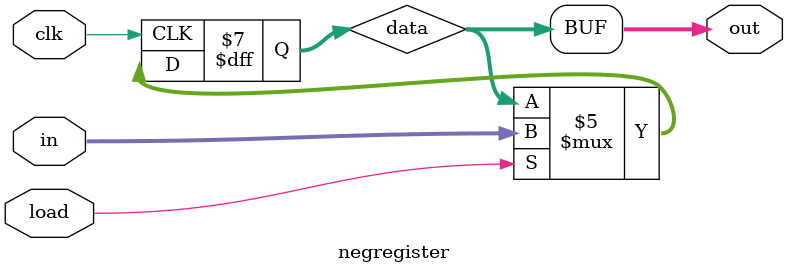
<source format=sv>
module negregister #(parameter width = 16)
(
    input clk,
    input load,
    input [width-1:0] in,
    output logic [width-1:0] out
);

logic [width-1:0] data;

/* Altera device registers are 0 at power on. Specify this
 * so that Modelsim works as expected.
 */
initial
begin
    data = 1'b0;
end

always_ff @(negedge clk)
begin
    if (load)
    begin
        data = in;
    end
end

always_comb
begin
    out = data;
end

endmodule : negregister
</source>
